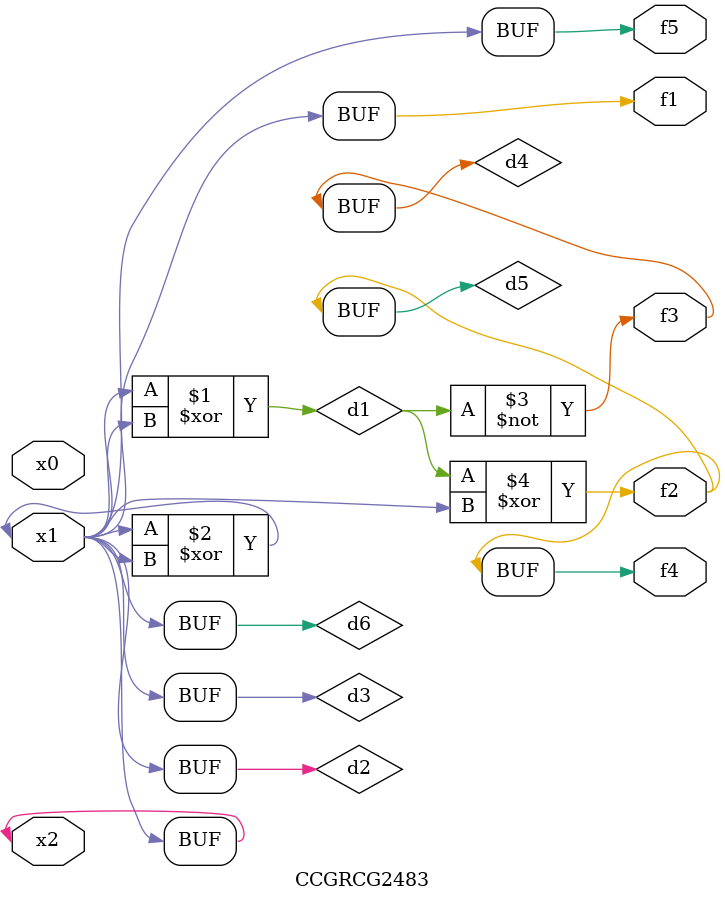
<source format=v>
module CCGRCG2483(
	input x0, x1, x2,
	output f1, f2, f3, f4, f5
);

	wire d1, d2, d3, d4, d5, d6;

	xor (d1, x1, x2);
	buf (d2, x1, x2);
	xor (d3, x1, x2);
	nor (d4, d1);
	xor (d5, d1, d2);
	buf (d6, d2, d3);
	assign f1 = d6;
	assign f2 = d5;
	assign f3 = d4;
	assign f4 = d5;
	assign f5 = d6;
endmodule

</source>
